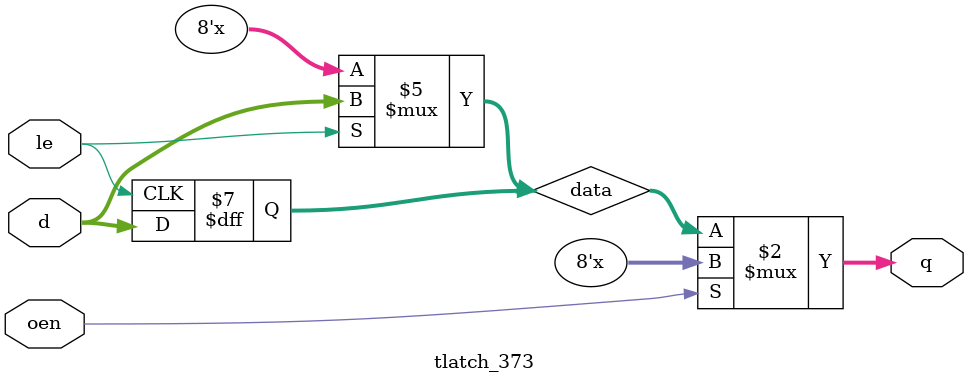
<source format=v>
module tlatch_373(
    input oen,
    input le,
    input [7:0] d,
    output [7:0] q);

    reg [7:0] data;

    assign q = !oen ? data : 8'bZ;

    always @ (d) begin
        if (le)
            data <= d;
    end

    always @ (posedge le) begin
        data <= d;
    end

    /* Instantiation:
    tlatch_373 new_instance (
        .oen(),
        .le(),
        .d(),
        .q()
    );
    */
endmodule
</source>
